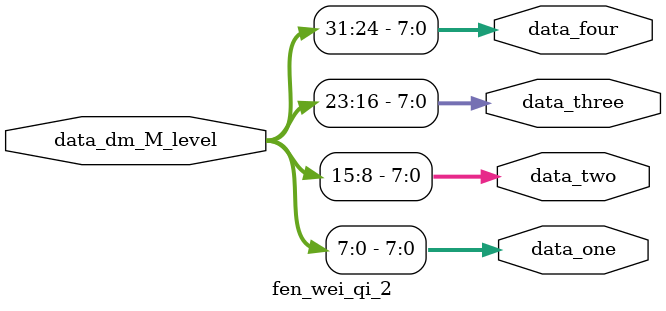
<source format=v>
`timescale 1ns / 1ps
module fen_wei_qi_2(
    input [31:0] data_dm_M_level,
    output [7:0] data_one,
    output [7:0] data_two,
    output [7:0] data_three,
    output [7:0] data_four
    );
	 assign data_one = data_dm_M_level[7:0];
	 assign data_two = data_dm_M_level[15:8];
	 assign data_three = data_dm_M_level[23:16];
	 assign data_four = data_dm_M_level[31:24];

endmodule

</source>
